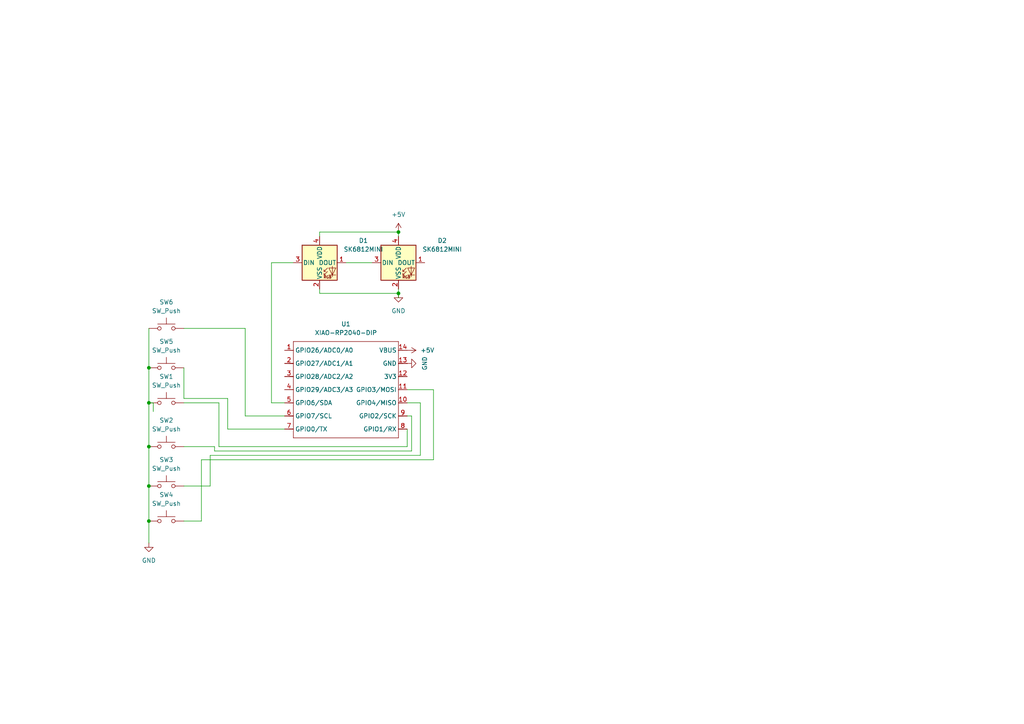
<source format=kicad_sch>
(kicad_sch (version 20250114) (generator "eeschema") (generator_version "9.0")
  (paper "A4")
  (lib_symbols
    (symbol "LED:SK6812MINI" (pin_names (offset 0.254))
      (property "Reference" "D" (at 5.08 5.715 0))
      (property "Value" "SK6812MINI" (at 1.27 -5.715 0))
      (symbol "SK6812MINI_0_0"
        (text "RGB" (at 2.286 -4.191 0) (effects (font (size 0.762 0.762))))
      )
      (symbol "SK6812MINI_0_1"
        (polyline (pts (xy 1.27 -2.54) (xy 1.778 -2.54)))
        (polyline (pts (xy 1.27 -3.556) (xy 1.778 -3.556)))
        (polyline (pts (xy 2.286 -1.524) (xy 1.27 -2.54) (xy 1.27 -2.032)))
        (polyline (pts (xy 2.286 -2.54) (xy 1.27 -3.556) (xy 1.27 -3.048)))
        (polyline (pts (xy 3.683 -1.016) (xy 3.683 -3.556) (xy 3.683 -4.064)))
        (polyline (pts (xy 4.699 -1.524) (xy 2.667 -1.524) (xy 3.683 -3.556) (xy 4.699 -1.524)))
        (polyline (pts (xy 4.699 -3.556) (xy 2.667 -3.556)))
        (rectangle (start 5.08 5.08) (end -5.08 -5.08) (stroke (width 0.254)) (fill (type background)))
      )
      (symbol "SK6812MINI_1_1"
        (pin input line (at -7.62 0 0) (length 2.54) (name "DIN") (number "3"))
        (pin power_in line (at 0 7.62 270) (length 2.54) (name "VDD") (number "4"))
        (pin power_in line (at 0 -7.62 90) (length 2.54) (name "VSS") (number "2"))
        (pin output line (at 7.62 0 180) (length 2.54) (name "DOUT") (number "1"))
      )
    )
    (symbol "Seeed_Studio_XIAO_Series:XIAO-RP2040-DIP"
      (property "Reference" "U" (at 0 0 0))
      (property "Value" "XIAO-RP2040-DIP" (at 5.334 -1.778 0))
      (symbol "XIAO-RP2040-DIP_1_0"
        (polyline (pts (xy -1.27 -2.54) (xy 29.21 -2.54)) (stroke (width 0.1524)))
        (polyline (pts (xy -1.27 -5.08) (xy -2.54 -5.08)) (stroke (width 0.1524)))
        (polyline (pts (xy -1.27 -5.08) (xy -1.27 -2.54)) (stroke (width 0.1524)))
        (polyline (pts (xy -1.27 -8.89) (xy -2.54 -8.89)) (stroke (width 0.1524)))
        (polyline (pts (xy -1.27 -8.89) (xy -1.27 -5.08)) (stroke (width 0.1524)))
        (polyline (pts (xy -1.27 -12.7) (xy -2.54 -12.7)) (stroke (width 0.1524)))
        (polyline (pts (xy -1.27 -12.7) (xy -1.27 -8.89)) (stroke (width 0.1524)))
        (polyline (pts (xy -1.27 -16.51) (xy -2.54 -16.51)) (stroke (width 0.1524)))
        (polyline (pts (xy -1.27 -16.51) (xy -1.27 -12.7)) (stroke (width 0.1524)))
        (polyline (pts (xy -1.27 -20.32) (xy -2.54 -20.32)) (stroke (width 0.1524)))
        (polyline (pts (xy -1.27 -24.13) (xy -2.54 -24.13)) (stroke (width 0.1524)))
        (polyline (pts (xy -1.27 -27.94) (xy -2.54 -27.94)) (stroke (width 0.1524)))
        (polyline (pts (xy -1.27 -30.48) (xy -1.27 -16.51)) (stroke (width 0.1524)))
        (polyline (pts (xy 29.21 -2.54) (xy 29.21 -5.08)) (stroke (width 0.1524)))
        (polyline (pts (xy 29.21 -5.08) (xy 29.21 -8.89)) (stroke (width 0.1524)))
        (polyline (pts (xy 29.21 -8.89) (xy 29.21 -12.7)) (stroke (width 0.1524)))
        (polyline (pts (xy 29.21 -12.7) (xy 29.21 -30.48)) (stroke (width 0.1524)))
        (polyline (pts (xy 29.21 -30.48) (xy -1.27 -30.48)) (stroke (width 0.1524)))
        (polyline (pts (xy 30.48 -5.08) (xy 29.21 -5.08)) (stroke (width 0.1524)))
        (polyline (pts (xy 30.48 -8.89) (xy 29.21 -8.89)) (stroke (width 0.1524)))
        (polyline (pts (xy 30.48 -12.7) (xy 29.21 -12.7)) (stroke (width 0.1524)))
        (polyline (pts (xy 30.48 -16.51) (xy 29.21 -16.51)) (stroke (width 0.1524)))
        (polyline (pts (xy 30.48 -20.32) (xy 29.21 -20.32)) (stroke (width 0.1524)))
        (polyline (pts (xy 30.48 -24.13) (xy 29.21 -24.13)) (stroke (width 0.1524)))
        (polyline (pts (xy 30.48 -27.94) (xy 29.21 -27.94)) (stroke (width 0.1524)))
        (pin passive line (at -3.81 -5.08 0) (length 2.54) (name "GPIO26/ADC0/A0") (number "1"))
        (pin passive line (at -3.81 -8.89 0) (length 2.54) (name "GPIO27/ADC1/A1") (number "2"))
        (pin passive line (at -3.81 -12.7 0) (length 2.54) (name "GPIO28/ADC2/A2") (number "3"))
        (pin passive line (at -3.81 -16.51 0) (length 2.54) (name "GPIO29/ADC3/A3") (number "4"))
        (pin passive line (at -3.81 -20.32 0) (length 2.54) (name "GPIO6/SDA") (number "5"))
        (pin passive line (at -3.81 -24.13 0) (length 2.54) (name "GPIO7/SCL") (number "6"))
        (pin passive line (at -3.81 -27.94 0) (length 2.54) (name "GPIO0/TX") (number "7"))
        (pin passive line (at 31.75 -5.08 180) (length 2.54) (name "VBUS") (number "14"))
        (pin passive line (at 31.75 -8.89 180) (length 2.54) (name "GND") (number "13"))
        (pin passive line (at 31.75 -12.7 180) (length 2.54) (name "3V3") (number "12"))
        (pin passive line (at 31.75 -16.51 180) (length 2.54) (name "GPIO3/MOSI") (number "11"))
        (pin passive line (at 31.75 -20.32 180) (length 2.54) (name "GPIO4/MISO") (number "10"))
        (pin passive line (at 31.75 -24.13 180) (length 2.54) (name "GPIO2/SCK") (number "9"))
        (pin passive line (at 31.75 -27.94 180) (length 2.54) (name "GPIO1/RX") (number "8"))
      )
    )
    (symbol "Switch:SW_Push" (pin_numbers (hide yes)) (pin_names (offset 1.016) (hide yes))
      (property "Reference" "SW" (at 1.27 2.54 0))
      (property "Value" "SW_Push" (at 0 -1.524 0))
      (symbol "SW_Push_0_1"
        (circle (center -2.032 0) (radius 0.508))
        (polyline (pts (xy 0 1.27) (xy 0 3.048)))
        (circle (center 2.032 0) (radius 0.508))
        (polyline (pts (xy 2.54 1.27) (xy -2.54 1.27)))
        (pin passive line (at -5.08 0 0) (length 2.54) (name "1") (number "1"))
        (pin passive line (at 5.08 0 180) (length 2.54) (name "2") (number "2"))
      )
    )
    (symbol "power:+5V" (power) (pin_numbers (hide yes)) (pin_names (offset 0) (hide yes))
      (property "Value" "+5V" (at 0 3.556 0))
      (symbol "+5V_0_1"
        (polyline (pts (xy -0.762 1.27) (xy 0 2.54)))
        (polyline (pts (xy 0 2.54) (xy 0.762 1.27)))
        (polyline (pts (xy 0 0) (xy 0 2.54)))
      )
      (symbol "+5V_1_1"
        (pin power_in line (at 0 0 90) (length 0) (name "~") (number "1"))
      )
    )
    (symbol "power:GND" (power) (pin_numbers (hide yes)) (pin_names (offset 0) (hide yes))
      (property "Value" "GND" (at 0 -3.81 0))
      (symbol "GND_0_1"
        (polyline (pts (xy 0 0) (xy 0 -1.27) (xy 1.27 -1.27) (xy 0 -2.54) (xy -1.27 -1.27) (xy 0 -1.27)))
      )
      (symbol "GND_1_1"
        (pin power_in line (at 0 0 270) (length 0) (name "~") (number "1"))
      )
    )
  )
  (junction (at 115.57 85.09))
  (junction (at 43.18 106.68))
  (junction (at 43.18 129.54))
  (junction (at 43.18 140.97))
  (junction (at 43.18 151.13))
  (junction (at 43.18 116.84))
  (junction (at 115.57 67.31))
  (wire (pts (xy 125.73 133.35) (xy 58.42 133.35)))
  (wire (pts (xy 53.34 115.57) (xy 53.34 106.68)))
  (wire (pts (xy 43.18 106.68) (xy 43.18 116.84)))
  (wire (pts (xy 58.42 133.35) (xy 58.42 151.13)))
  (wire (pts (xy 53.34 140.97) (xy 60.96 140.97)))
  (wire (pts (xy 43.18 116.84) (xy 43.18 129.54)))
  (wire (pts (xy 115.57 86.36) (xy 115.57 85.09)))
  (wire (pts (xy 66.04 124.46) (xy 66.04 115.57)))
  (wire (pts (xy 121.92 116.84) (xy 118.11 116.84)))
  (wire (pts (xy 92.71 85.09) (xy 92.71 83.82)))
  (wire (pts (xy 62.23 130.81) (xy 62.23 129.54)))
  (wire (pts (xy 115.57 83.82) (xy 115.57 85.09)))
  (wire (pts (xy 92.71 67.31) (xy 115.57 67.31)))
  (wire (pts (xy 53.34 116.84) (xy 63.5 116.84)))
  (wire (pts (xy 118.11 129.54) (xy 118.11 124.46)))
  (wire (pts (xy 53.34 95.25) (xy 71.12 95.25)))
  (wire (pts (xy 125.73 113.03) (xy 125.73 133.35)))
  (wire (pts (xy 62.23 129.54) (xy 53.34 129.54)))
  (wire (pts (xy 43.18 151.13) (xy 43.18 157.48)))
  (wire (pts (xy 92.71 67.31) (xy 92.71 68.58)))
  (wire (pts (xy 115.57 85.09) (xy 92.71 85.09)))
  (wire (pts (xy 44.45 116.84) (xy 43.18 116.84)))
  (wire (pts (xy 43.18 95.25) (xy 43.18 106.68)))
  (wire (pts (xy 43.18 140.97) (xy 43.18 151.13)))
  (wire (pts (xy 43.18 129.54) (xy 43.18 140.97)))
  (wire (pts (xy 71.12 120.65) (xy 82.55 120.65)))
  (wire (pts (xy 44.45 119.38) (xy 44.45 116.84)))
  (wire (pts (xy 60.96 132.08) (xy 121.92 132.08)))
  (wire (pts (xy 118.11 120.65) (xy 119.38 120.65)))
  (wire (pts (xy 82.55 116.84) (xy 78.74 116.84)))
  (wire (pts (xy 60.96 140.97) (xy 60.96 132.08)))
  (wire (pts (xy 100.33 76.2) (xy 107.95 76.2)))
  (wire (pts (xy 78.74 116.84) (xy 78.74 76.2)))
  (wire (pts (xy 63.5 116.84) (xy 63.5 129.54)))
  (wire (pts (xy 78.74 76.2) (xy 85.09 76.2)))
  (wire (pts (xy 82.55 124.46) (xy 66.04 124.46)))
  (wire (pts (xy 58.42 151.13) (xy 53.34 151.13)))
  (wire (pts (xy 66.04 115.57) (xy 53.34 115.57)))
  (wire (pts (xy 119.38 130.81) (xy 62.23 130.81)))
  (wire (pts (xy 121.92 132.08) (xy 121.92 116.84)))
  (wire (pts (xy 71.12 95.25) (xy 71.12 120.65)))
  (wire (pts (xy 119.38 120.65) (xy 119.38 130.81)))
  (wire (pts (xy 118.11 113.03) (xy 125.73 113.03)))
  (wire (pts (xy 63.5 129.54) (xy 118.11 129.54)))
  (wire (pts (xy 115.57 67.31) (xy 115.57 68.58)))
  (symbol (lib_id "power:+5V") (at 118.11 101.6 270) (unit 1)
    (property "Reference" "#PWR04" (effects (hide yes)))
    (property "Value" "+5V" (at 121.92 101.5999 90) (effects (justify left)))
    (property "Description" "Power symbol creates a global label with name \"+5V\"" (effects (hide yes)))
  )
  (symbol (lib_id "power:+5V") (at 115.57 67.31 0) (unit 1)
    (property "Reference" "#PWR05" (effects (hide yes)))
    (property "Value" "+5V" (at 115.57 62.23 0))
    (property "Description" "Power symbol creates a global label with name \"+5V\"" (effects (hide yes)))
  )
  (symbol (lib_id "Switch:SW_Push") (at 48.26 151.13 0) (unit 1)
    (property "Reference" "SW4" (at 48.26 143.51 0))
    (property "Value" "SW_Push" (at 48.26 146.05 0))
    (property "Footprint" "Button_Switch_Keyboard:SW_Cherry_MX_1.00u_PCB" (effects (hide yes)))
    (property "Description" "Push button switch, generic, two pins" (effects (hide yes)))
  )
  (symbol (lib_id "Switch:SW_Push") (at 48.26 129.54 0) (unit 1)
    (property "Reference" "SW2" (at 48.26 121.92 0))
    (property "Value" "SW_Push" (at 48.26 124.46 0))
    (property "Footprint" "Button_Switch_Keyboard:SW_Cherry_MX_1.00u_PCB" (effects (hide yes)))
    (property "Description" "Push button switch, generic, two pins" (effects (hide yes)))
  )
  (symbol (lib_id "power:GND") (at 115.57 85.09 0) (unit 1)
    (property "Reference" "#PWR03" (effects (hide yes)))
    (property "Value" "GND" (at 115.57 90.17 0))
    (property "Description" "Power symbol creates a global label with name \"GND\" , ground" (effects (hide yes)))
  )
  (symbol (lib_id "LED:SK6812MINI") (at 92.71 76.2 0) (unit 1)
    (property "Reference" "D1" (at 105.41 69.7798 0))
    (property "Value" "SK6812MINI" (at 105.41 72.3198 0))
    (property "Footprint" "LED_SMD:LED_SK6812MINI_PLCC4_3.5x3.5mm_P1.75mm" (effects (hide yes)))
    (property "Datasheet" "https://cdn-shop.adafruit.com/product-files/2686/SK6812MINI_REV.01-1-2.pdf" (effects (hide yes)))
    (property "Description" "RGB LED with integrated controller" (effects (hide yes)))
  )
  (symbol (lib_id "Switch:SW_Push") (at 48.26 140.97 0) (unit 1)
    (property "Reference" "SW3" (at 48.26 133.35 0))
    (property "Value" "SW_Push" (at 48.26 135.89 0))
    (property "Footprint" "Button_Switch_Keyboard:SW_Cherry_MX_1.00u_PCB" (effects (hide yes)))
    (property "Description" "Push button switch, generic, two pins" (effects (hide yes)))
  )
  (symbol (lib_id "Switch:SW_Push") (at 48.26 95.25 0) (unit 1)
    (property "Reference" "SW6" (at 48.26 87.63 0))
    (property "Value" "SW_Push" (at 48.26 90.17 0))
    (property "Footprint" "Button_Switch_Keyboard:SW_Cherry_MX_1.00u_PCB" (effects (hide yes)))
    (property "Description" "Push button switch, generic, two pins" (effects (hide yes)))
  )
  (symbol (lib_id "Switch:SW_Push") (at 48.26 116.84 0) (unit 1)
    (property "Reference" "SW1" (at 48.26 109.22 0))
    (property "Value" "SW_Push" (at 48.26 111.76 0))
    (property "Footprint" "Button_Switch_Keyboard:SW_Cherry_MX_1.00u_PCB" (effects (hide yes)))
    (property "Description" "Push button switch, generic, two pins" (effects (hide yes)))
  )
  (symbol (lib_id "power:GND") (at 118.11 105.41 90) (unit 1)
    (property "Reference" "#PWR02" (effects (hide yes)))
    (property "Value" "GND" (at 123.19 105.41 0))
    (property "Description" "Power symbol creates a global label with name \"GND\" , ground" (effects (hide yes)))
  )
  (symbol (lib_id "Switch:SW_Push") (at 48.26 106.68 0) (unit 1)
    (property "Reference" "SW5" (at 48.26 99.06 0))
    (property "Value" "SW_Push" (at 48.26 101.6 0))
    (property "Footprint" "Button_Switch_Keyboard:SW_Cherry_MX_1.00u_PCB" (effects (hide yes)))
    (property "Description" "Push button switch, generic, two pins" (effects (hide yes)))
  )
  (symbol (lib_id "Seeed_Studio_XIAO_Series:XIAO-RP2040-DIP") (at 86.36 96.52 0) (unit 1)
    (property "Reference" "U1" (at 100.33 93.98 0))
    (property "Value" "XIAO-RP2040-DIP" (at 100.33 96.52 0))
    (property "Footprint" "Seeed Studio XIAO Series Library:XIAO-RP2040-DIP" (effects (hide yes)))
  )
  (symbol (lib_id "LED:SK6812MINI") (at 115.57 76.2 0) (unit 1)
    (property "Reference" "D2" (at 128.27 69.7798 0))
    (property "Value" "SK6812MINI" (at 128.27 72.3198 0))
    (property "Footprint" "LED_SMD:LED_SK6812MINI_PLCC4_3.5x3.5mm_P1.75mm" (effects (hide yes)))
    (property "Datasheet" "https://cdn-shop.adafruit.com/product-files/2686/SK6812MINI_REV.01-1-2.pdf" (effects (hide yes)))
    (property "Description" "RGB LED with integrated controller" (effects (hide yes)))
  )
  (symbol (lib_id "power:GND") (at 43.18 157.48 0) (unit 1)
    (property "Reference" "#PWR01" (effects (hide yes)))
    (property "Value" "GND" (at 43.18 162.56 0))
    (property "Description" "Power symbol creates a global label with name \"GND\" , ground" (effects (hide yes)))
  )
)
</source>
